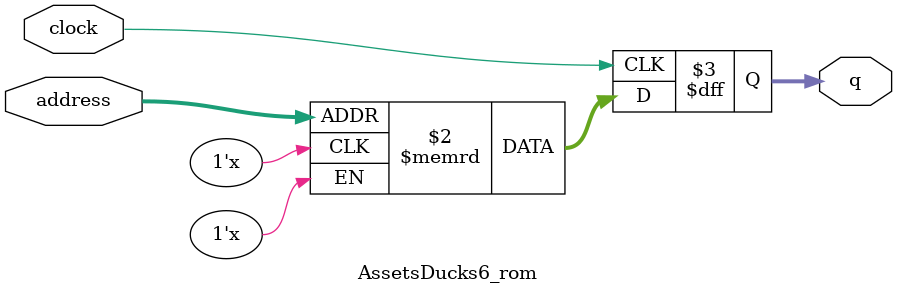
<source format=sv>
module AssetsDucks6_rom (
	input logic clock,
	input logic [11:0] address,
	output logic [3:0] q
);

logic [3:0] memory [0:4095] /* synthesis ram_init_file = "./AssetsDucks6/AssetsDucks6.mif" */;

always_ff @ (posedge clock) begin
	q <= memory[address];
end

endmodule

</source>
